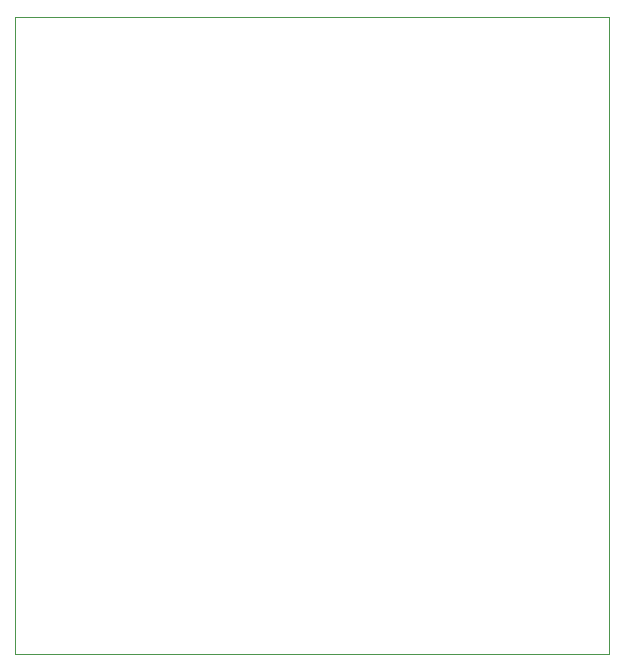
<source format=gbr>
%TF.GenerationSoftware,KiCad,Pcbnew,8.0.2*%
%TF.CreationDate,2024-05-29T11:06:28+02:00*%
%TF.ProjectId,JK-BMS_CAN,4a4b2d42-4d53-45f4-9341-4e2e6b696361,rev?*%
%TF.SameCoordinates,Original*%
%TF.FileFunction,Profile,NP*%
%FSLAX46Y46*%
G04 Gerber Fmt 4.6, Leading zero omitted, Abs format (unit mm)*
G04 Created by KiCad (PCBNEW 8.0.2) date 2024-05-29 11:06:28*
%MOMM*%
%LPD*%
G01*
G04 APERTURE LIST*
%TA.AperFunction,Profile*%
%ADD10C,0.100000*%
%TD*%
G04 APERTURE END LIST*
D10*
X83500000Y-72750000D02*
X133750000Y-72750000D01*
X133750000Y-126750000D01*
X83500000Y-126750000D01*
X83500000Y-72750000D01*
M02*

</source>
